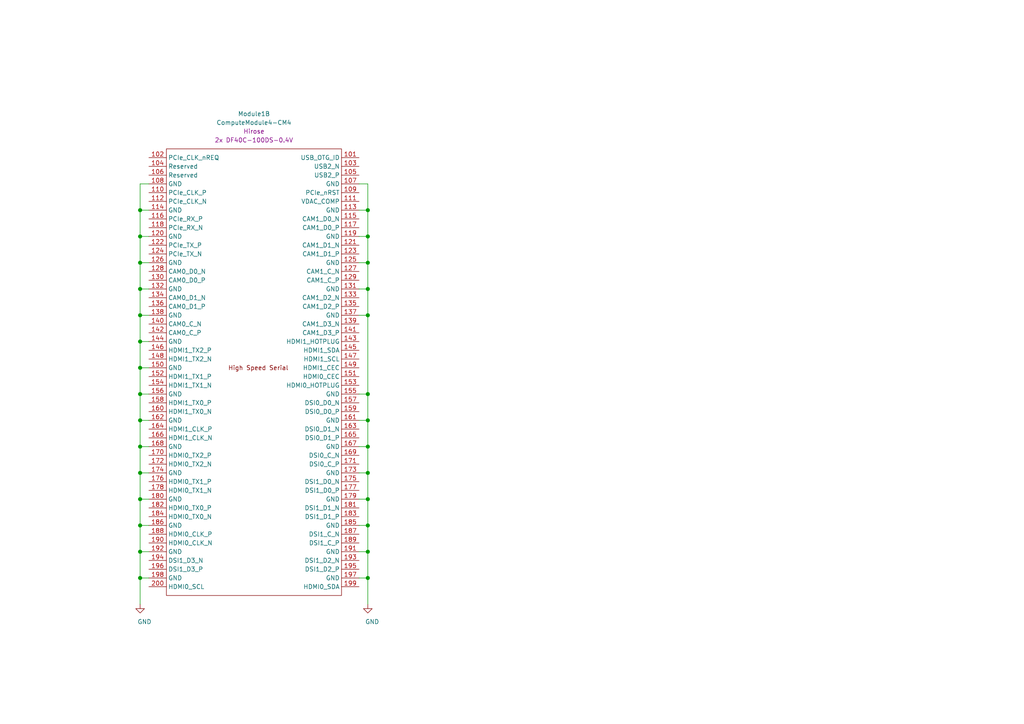
<source format=kicad_sch>
(kicad_sch (version 20230121) (generator eeschema)
  (paper "A4")
  (title_block (title "Raspberry Pi Compute Module 4 Carrier Board Prototype") (date "2023-06-21") (rev "v01") (comment 2 "creativecommons.org/licenses/by-sa/4.0") (comment 3 "License: CC BY 4.0") (comment 4 "Author: Iiro Karppanen"))
  (lib_symbols
    (symbol "CM4IO:ComputeModule4-CM4"
      (property "Reference" "Module" (at 113.03 -68.58 0))
      (property "Value" "ComputeModule4-CM4" (at 140.97 2.54 0))
      (property "Manufacturer" "Hirose" (at 0 0 0))
      (property "MPN" "2x DF40C-100DS-0.4V" (at 0 -2.54 0))
      (property "MPN (Alt)" "2x DF40HC(3.0)-100DS-0.4V" (at 0 0 0))
      (symbol "ComputeModule4-CM4_1_0"
        (text "GPIO" (at 0 6.35 0) (effects (font (size 1.27 1.27))))
      )
      (symbol "ComputeModule4-CM4_1_1"
        (rectangle (start -30.48 -71.12) (end 25.4 58.42))
        (text "600mA Max" (at -8.89 -53.34 0) (effects (font (size 1.27 1.27))))
        (text "600mA Max" (at -8.89 -48.26 0) (effects (font (size 1.27 1.27))))
        (text "NB SD signals are only available" (at -1.27 -27.94 0) (effects (font (size 1.27 1.27))))
        (text "on modules without eMMC" (at -1.27 -30.48 0) (effects (font (size 1.27 1.27))))
        (pin power_in line (at 27.94 55.88 180) (length 2.54) (name "GND") (number "1"))
        (pin passive line (at -33.02 45.72 0) (length 2.54) (name "Ethernet_Pair0_N") (number "10"))
        (pin output line (at -33.02 -68.58 0) (length 2.54) (name "nEXTRST") (number "100"))
        (pin passive line (at 27.94 43.18 180) (length 2.54) (name "Ethernet_Pair2_P") (number "11"))
        (pin passive line (at -33.02 43.18 0) (length 2.54) (name "Ethernet_Pair0_P") (number "12"))
        (pin power_in line (at 27.94 40.64 180) (length 2.54) (name "GND") (number "13"))
        (pin power_in line (at -33.02 40.64 0) (length 2.54) (name "GND") (number "14"))
        (pin output line (at 27.94 38.1 180) (length 2.54) (name "Ethernet_nLED3(3.3v)") (number "15"))
        (pin input line (at -33.02 38.1 0) (length 2.54) (name "Ethernet_SYNC_IN(1.8v)") (number "16"))
        (pin output line (at 27.94 35.56 180) (length 2.54) (name "Ethernet_nLED2(3.3v)") (number "17"))
        (pin input line (at -33.02 35.56 0) (length 2.54) (name "Ethernet_SYNC_OUT(1.8v)") (number "18"))
        (pin output line (at 27.94 33.02 180) (length 2.54) (name "Ethernet_nLED1(3.3v)") (number "19"))
        (pin power_in line (at -33.02 55.88 0) (length 2.54) (name "GND") (number "2"))
        (pin passive line (at -33.02 33.02 0) (length 2.54) (name "EEPROM_nWP") (number "20"))
        (pin open_collector line (at 27.94 30.48 180) (length 2.54) (name "PI_nLED_Activity") (number "21"))
        (pin power_in line (at -33.02 30.48 0) (length 2.54) (name "GND") (number "22"))
        (pin power_in line (at 27.94 27.94 180) (length 2.54) (name "GND") (number "23"))
        (pin passive line (at -33.02 27.94 0) (length 2.54) (name "GPIO26") (number "24"))
        (pin passive line (at 27.94 25.4 180) (length 2.54) (name "GPIO21") (number "25"))
        (pin passive line (at -33.02 25.4 0) (length 2.54) (name "GPIO19") (number "26"))
        (pin passive line (at 27.94 22.86 180) (length 2.54) (name "GPIO20") (number "27"))
        (pin passive line (at -33.02 22.86 0) (length 2.54) (name "GPIO13") (number "28"))
        (pin passive line (at 27.94 20.32 180) (length 2.54) (name "GPIO16") (number "29"))
        (pin passive line (at 27.94 53.34 180) (length 2.54) (name "Ethernet_Pair3_P") (number "3"))
        (pin passive line (at -33.02 20.32 0) (length 2.54) (name "GPIO6") (number "30"))
        (pin passive line (at 27.94 17.78 180) (length 2.54) (name "GPIO12") (number "31"))
        (pin power_in line (at -33.02 17.78 0) (length 2.54) (name "GND") (number "32"))
        (pin power_in line (at 27.94 15.24 180) (length 2.54) (name "GND") (number "33"))
        (pin passive line (at -33.02 15.24 0) (length 2.54) (name "GPIO5") (number "34"))
        (pin passive line (at 27.94 12.7 180) (length 2.54) (name "ID_SC") (number "35"))
        (pin passive line (at -33.02 12.7 0) (length 2.54) (name "ID_SD") (number "36"))
        (pin passive line (at 27.94 10.16 180) (length 2.54) (name "GPIO7") (number "37"))
        (pin passive line (at -33.02 10.16 0) (length 2.54) (name "GPIO11") (number "38"))
        (pin passive line (at 27.94 7.62 180) (length 2.54) (name "GPIO8") (number "39"))
        (pin passive line (at -33.02 53.34 0) (length 2.54) (name "Ethernet_Pair1_P") (number "4"))
        (pin passive line (at -33.02 7.62 0) (length 2.54) (name "GPIO9") (number "40"))
        (pin passive line (at 27.94 5.08 180) (length 2.54) (name "GPIO25") (number "41"))
        (pin power_in line (at -33.02 5.08 0) (length 2.54) (name "GND") (number "42"))
        (pin power_in line (at 27.94 2.54 180) (length 2.54) (name "GND") (number "43"))
        (pin passive line (at -33.02 2.54 0) (length 2.54) (name "GPIO10") (number "44"))
        (pin passive line (at 27.94 0 180) (length 2.54) (name "GPIO24") (number "45"))
        (pin passive line (at -33.02 0 0) (length 2.54) (name "GPIO22") (number "46"))
        (pin passive line (at 27.94 -2.54 180) (length 2.54) (name "GPIO23") (number "47"))
        (pin passive line (at -33.02 -2.54 0) (length 2.54) (name "GPIO27") (number "48"))
        (pin passive line (at 27.94 -5.08 180) (length 2.54) (name "GPIO18") (number "49"))
        (pin passive line (at 27.94 50.8 180) (length 2.54) (name "Ethernet_Pair3_N") (number "5"))
        (pin passive line (at -33.02 -5.08 0) (length 2.54) (name "GPIO17") (number "50"))
        (pin passive line (at 27.94 -7.62 180) (length 2.54) (name "GPIO15") (number "51"))
        (pin power_in line (at -33.02 -7.62 0) (length 2.54) (name "GND") (number "52"))
        (pin power_in line (at 27.94 -10.16 180) (length 2.54) (name "GND") (number "53"))
        (pin passive line (at -33.02 -10.16 0) (length 2.54) (name "GPIO4") (number "54"))
        (pin passive line (at 27.94 -12.7 180) (length 2.54) (name "GPIO14") (number "55"))
        (pin passive line (at -33.02 -12.7 0) (length 2.54) (name "GPIO3") (number "56"))
        (pin passive line (at 27.94 -15.24 180) (length 2.54) (name "SD_CLK") (number "57"))
        (pin passive line (at -33.02 -15.24 0) (length 2.54) (name "GPIO2") (number "58"))
        (pin power_in line (at 27.94 -17.78 180) (length 2.54) (name "GND") (number "59"))
        (pin passive line (at -33.02 50.8 0) (length 2.54) (name "Ethernet_Pair1_N") (number "6"))
        (pin power_in line (at -33.02 -17.78 0) (length 2.54) (name "GND") (number "60"))
        (pin passive line (at 27.94 -20.32 180) (length 2.54) (name "SD_DAT3") (number "61"))
        (pin passive line (at -33.02 -20.32 0) (length 2.54) (name "SD_CMD") (number "62"))
        (pin passive line (at 27.94 -22.86 180) (length 2.54) (name "SD_DAT0") (number "63"))
        (pin passive line (at -33.02 -22.86 0) (length 2.54) (name "SD_DAT5") (number "64"))
        (pin power_in line (at 27.94 -25.4 180) (length 2.54) (name "GND") (number "65"))
        (pin power_in line (at -33.02 -25.4 0) (length 2.54) (name "GND") (number "66"))
        (pin passive line (at 27.94 -27.94 180) (length 2.54) (name "SD_DAT1") (number "67"))
        (pin passive line (at -33.02 -27.94 0) (length 2.54) (name "SD_DAT4") (number "68"))
        (pin passive line (at 27.94 -30.48 180) (length 2.54) (name "SD_DAT2") (number "69"))
        (pin power_in line (at 27.94 48.26 180) (length 2.54) (name "GND") (number "7"))
        (pin passive line (at -33.02 -30.48 0) (length 2.54) (name "SD_DAT7") (number "70"))
        (pin power_in line (at 27.94 -33.02 180) (length 2.54) (name "GND") (number "71"))
        (pin passive line (at -33.02 -33.02 0) (length 2.54) (name "SD_DAT6") (number "72"))
        (pin input line (at 27.94 -35.56 180) (length 2.54) (name "SD_VDD_Override") (number "73"))
        (pin power_in line (at -33.02 -35.56 0) (length 2.54) (name "GND") (number "74"))
        (pin output line (at 27.94 -38.1 180) (length 2.54) (name "SD_PWR_ON") (number "75"))
        (pin passive line (at -33.02 -38.1 0) (length 2.54) (name "Reserved") (number "76"))
        (pin power_in line (at 27.94 -40.64 180) (length 2.54) (name "+5v_(Input)") (number "77"))
        (pin power_in line (at -33.02 -40.64 0) (length 2.54) (name "GPIO_VREF(1.8v/3.3v_Input)") (number "78"))
        (pin power_in line (at 27.94 -43.18 180) (length 2.54) (name "+5v_(Input)") (number "79"))
        (pin power_in line (at -33.02 48.26 0) (length 2.54) (name "GND") (number "8"))
        (pin passive line (at -33.02 -43.18 0) (length 2.54) (name "SCL0") (number "80"))
        (pin power_in line (at 27.94 -45.72 180) (length 2.54) (name "+5v_(Input)") (number "81"))
        (pin passive line (at -33.02 -45.72 0) (length 2.54) (name "SDA0") (number "82"))
        (pin power_in line (at 27.94 -48.26 180) (length 2.54) (name "+5v_(Input)") (number "83"))
        (pin power_out line (at -33.02 -48.26 0) (length 2.54) (name "+3.3v_(Output)") (number "84"))
        (pin power_in line (at 27.94 -50.8 180) (length 2.54) (name "+5v_(Input)") (number "85"))
        (pin power_out line (at -33.02 -50.8 0) (length 2.54) (name "+3.3v_(Output)") (number "86"))
        (pin power_in line (at 27.94 -53.34 180) (length 2.54) (name "+5v_(Input)") (number "87"))
        (pin power_out line (at -33.02 -53.34 0) (length 2.54) (name "+1.8v_(Output)") (number "88"))
        (pin power_in line (at 27.94 -55.88 180) (length 2.54) (name "WiFi_nDisable") (number "89"))
        (pin passive line (at 27.94 45.72 180) (length 2.54) (name "Ethernet_Pair2_N") (number "9"))
        (pin power_out line (at -33.02 -55.88 0) (length 2.54) (name "+1.8v_(Output)") (number "90"))
        (pin power_in line (at 27.94 -58.42 180) (length 2.54) (name "BT_nDisable") (number "91"))
        (pin passive line (at -33.02 -58.42 0) (length 2.54) (name "RUN_PG") (number "92"))
        (pin input line (at 27.94 -60.96 180) (length 2.54) (name "nRPIBOOT") (number "93"))
        (pin passive line (at -33.02 -60.96 0) (length 2.54) (name "AnalogIP0") (number "94"))
        (pin output line (at 27.94 -63.5 180) (length 2.54) (name "nPI_LED_PWR") (number "95"))
        (pin passive line (at -33.02 -63.5 0) (length 2.54) (name "AnalogIP1") (number "96"))
        (pin passive line (at 27.94 -66.04 180) (length 2.54) (name "Camera_GPIO") (number "97"))
        (pin power_in line (at -33.02 -66.04 0) (length 2.54) (name "GND") (number "98"))
        (pin input line (at 27.94 -68.58 180) (length 2.54) (name "Global_EN") (number "99"))
      )
      (symbol "ComputeModule4-CM4_2_1"
        (rectangle (start 114.3 -66.04) (end 165.1 63.5))
        (text "High Speed Serial" (at 140.97 0 0) (effects (font (size 1.27 1.27))))
        (pin input line (at 170.18 60.96 180) (length 5.08) (name "USB_OTG_ID") (number "101"))
        (pin input line (at 109.22 60.96 0) (length 5.08) (name "PCIe_CLK_nREQ") (number "102"))
        (pin passive line (at 170.18 58.42 180) (length 5.08) (name "USB2_N") (number "103"))
        (pin passive line (at 109.22 58.42 0) (length 5.08) (name "Reserved") (number "104"))
        (pin passive line (at 170.18 55.88 180) (length 5.08) (name "USB2_P") (number "105"))
        (pin passive line (at 109.22 55.88 0) (length 5.08) (name "Reserved") (number "106"))
        (pin power_in line (at 170.18 53.34 180) (length 5.08) (name "GND") (number "107"))
        (pin power_in line (at 109.22 53.34 0) (length 5.08) (name "GND") (number "108"))
        (pin bidirectional line (at 170.18 50.8 180) (length 5.08) (name "PCIe_nRST") (number "109"))
        (pin output line (at 109.22 50.8 0) (length 5.08) (name "PCIe_CLK_P") (number "110"))
        (pin passive line (at 170.18 48.26 180) (length 5.08) (name "VDAC_COMP") (number "111"))
        (pin output line (at 109.22 48.26 0) (length 5.08) (name "PCIe_CLK_N") (number "112"))
        (pin power_in line (at 170.18 45.72 180) (length 5.08) (name "GND") (number "113"))
        (pin power_in line (at 109.22 45.72 0) (length 5.08) (name "GND") (number "114"))
        (pin input line (at 170.18 43.18 180) (length 5.08) (name "CAM1_D0_N") (number "115"))
        (pin input line (at 109.22 43.18 0) (length 5.08) (name "PCIe_RX_P") (number "116"))
        (pin input line (at 170.18 40.64 180) (length 5.08) (name "CAM1_D0_P") (number "117"))
        (pin input line (at 109.22 40.64 0) (length 5.08) (name "PCIe_RX_N") (number "118"))
        (pin power_in line (at 170.18 38.1 180) (length 5.08) (name "GND") (number "119"))
        (pin power_in line (at 109.22 38.1 0) (length 5.08) (name "GND") (number "120"))
        (pin input line (at 170.18 35.56 180) (length 5.08) (name "CAM1_D1_N") (number "121"))
        (pin output line (at 109.22 35.56 0) (length 5.08) (name "PCIe_TX_P") (number "122"))
        (pin input line (at 170.18 33.02 180) (length 5.08) (name "CAM1_D1_P") (number "123"))
        (pin output line (at 109.22 33.02 0) (length 5.08) (name "PCIe_TX_N") (number "124"))
        (pin power_in line (at 170.18 30.48 180) (length 5.08) (name "GND") (number "125"))
        (pin power_in line (at 109.22 30.48 0) (length 5.08) (name "GND") (number "126"))
        (pin input line (at 170.18 27.94 180) (length 5.08) (name "CAM1_C_N") (number "127"))
        (pin input line (at 109.22 27.94 0) (length 5.08) (name "CAM0_D0_N") (number "128"))
        (pin input line (at 170.18 25.4 180) (length 5.08) (name "CAM1_C_P") (number "129"))
        (pin input line (at 109.22 25.4 0) (length 5.08) (name "CAM0_D0_P") (number "130"))
        (pin power_in line (at 170.18 22.86 180) (length 5.08) (name "GND") (number "131"))
        (pin power_in line (at 109.22 22.86 0) (length 5.08) (name "GND") (number "132"))
        (pin input line (at 170.18 20.32 180) (length 5.08) (name "CAM1_D2_N") (number "133"))
        (pin input line (at 109.22 20.32 0) (length 5.08) (name "CAM0_D1_N") (number "134"))
        (pin input line (at 170.18 17.78 180) (length 5.08) (name "CAM1_D2_P") (number "135"))
        (pin input line (at 109.22 17.78 0) (length 5.08) (name "CAM0_D1_P") (number "136"))
        (pin power_in line (at 170.18 15.24 180) (length 5.08) (name "GND") (number "137"))
        (pin power_in line (at 109.22 15.24 0) (length 5.08) (name "GND") (number "138"))
        (pin input line (at 170.18 12.7 180) (length 5.08) (name "CAM1_D3_N") (number "139"))
        (pin input line (at 109.22 12.7 0) (length 5.08) (name "CAM0_C_N") (number "140"))
        (pin input line (at 170.18 10.16 180) (length 5.08) (name "CAM1_D3_P") (number "141"))
        (pin input line (at 109.22 10.16 0) (length 5.08) (name "CAM0_C_P") (number "142"))
        (pin input line (at 170.18 7.62 180) (length 5.08) (name "HDMI1_HOTPLUG") (number "143"))
        (pin power_in line (at 109.22 7.62 0) (length 5.08) (name "GND") (number "144"))
        (pin bidirectional line (at 170.18 5.08 180) (length 5.08) (name "HDMI1_SDA") (number "145"))
        (pin output line (at 109.22 5.08 0) (length 5.08) (name "HDMI1_TX2_P") (number "146"))
        (pin open_collector line (at 170.18 2.54 180) (length 5.08) (name "HDMI1_SCL") (number "147"))
        (pin output line (at 109.22 2.54 0) (length 5.08) (name "HDMI1_TX2_N") (number "148"))
        (pin open_collector line (at 170.18 0 180) (length 5.08) (name "HDMI1_CEC") (number "149"))
        (pin power_in line (at 109.22 0 0) (length 5.08) (name "GND") (number "150"))
        (pin open_collector line (at 170.18 -2.54 180) (length 5.08) (name "HDMI0_CEC") (number "151"))
        (pin output line (at 109.22 -2.54 0) (length 5.08) (name "HDMI1_TX1_P") (number "152"))
        (pin input line (at 170.18 -5.08 180) (length 5.08) (name "HDMI0_HOTPLUG") (number "153"))
        (pin output line (at 109.22 -5.08 0) (length 5.08) (name "HDMI1_TX1_N") (number "154"))
        (pin power_in line (at 170.18 -7.62 180) (length 5.08) (name "GND") (number "155"))
        (pin power_in line (at 109.22 -7.62 0) (length 5.08) (name "GND") (number "156"))
        (pin output line (at 170.18 -10.16 180) (length 5.08) (name "DSI0_D0_N") (number "157"))
        (pin output line (at 109.22 -10.16 0) (length 5.08) (name "HDMI1_TX0_P") (number "158"))
        (pin output line (at 170.18 -12.7 180) (length 5.08) (name "DSI0_D0_P") (number "159"))
        (pin output line (at 109.22 -12.7 0) (length 5.08) (name "HDMI1_TX0_N") (number "160"))
        (pin power_in line (at 170.18 -15.24 180) (length 5.08) (name "GND") (number "161"))
        (pin power_in line (at 109.22 -15.24 0) (length 5.08) (name "GND") (number "162"))
        (pin output line (at 170.18 -17.78 180) (length 5.08) (name "DSI0_D1_N") (number "163"))
        (pin output line (at 109.22 -17.78 0) (length 5.08) (name "HDMI1_CLK_P") (number "164"))
        (pin output line (at 170.18 -20.32 180) (length 5.08) (name "DSI0_D1_P") (number "165"))
        (pin output line (at 109.22 -20.32 0) (length 5.08) (name "HDMI1_CLK_N") (number "166"))
        (pin power_in line (at 170.18 -22.86 180) (length 5.08) (name "GND") (number "167"))
        (pin power_in line (at 109.22 -22.86 0) (length 5.08) (name "GND") (number "168"))
        (pin output line (at 170.18 -25.4 180) (length 5.08) (name "DSI0_C_N") (number "169"))
        (pin output line (at 109.22 -25.4 0) (length 5.08) (name "HDMI0_TX2_P") (number "170"))
        (pin output line (at 170.18 -27.94 180) (length 5.08) (name "DSI0_C_P") (number "171"))
        (pin output line (at 109.22 -27.94 0) (length 5.08) (name "HDMI0_TX2_N") (number "172"))
        (pin power_in line (at 170.18 -30.48 180) (length 5.08) (name "GND") (number "173"))
        (pin power_in line (at 109.22 -30.48 0) (length 5.08) (name "GND") (number "174"))
        (pin output line (at 170.18 -33.02 180) (length 5.08) (name "DSI1_D0_N") (number "175"))
        (pin output line (at 109.22 -33.02 0) (length 5.08) (name "HDMI0_TX1_P") (number "176"))
        (pin output line (at 170.18 -35.56 180) (length 5.08) (name "DSI1_D0_P") (number "177"))
        (pin output line (at 109.22 -35.56 0) (length 5.08) (name "HDMI0_TX1_N") (number "178"))
        (pin power_in line (at 170.18 -38.1 180) (length 5.08) (name "GND") (number "179"))
        (pin power_in line (at 109.22 -38.1 0) (length 5.08) (name "GND") (number "180"))
        (pin output line (at 170.18 -40.64 180) (length 5.08) (name "DSI1_D1_N") (number "181"))
        (pin output line (at 109.22 -40.64 0) (length 5.08) (name "HDMI0_TX0_P") (number "182"))
        (pin output line (at 170.18 -43.18 180) (length 5.08) (name "DSI1_D1_P") (number "183"))
        (pin output line (at 109.22 -43.18 0) (length 5.08) (name "HDMI0_TX0_N") (number "184"))
        (pin power_in line (at 170.18 -45.72 180) (length 5.08) (name "GND") (number "185"))
        (pin power_in line (at 109.22 -45.72 0) (length 5.08) (name "GND") (number "186"))
        (pin output line (at 170.18 -48.26 180) (length 5.08) (name "DSI1_C_N") (number "187"))
        (pin output line (at 109.22 -48.26 0) (length 5.08) (name "HDMI0_CLK_P") (number "188"))
        (pin output line (at 170.18 -50.8 180) (length 5.08) (name "DSI1_C_P") (number "189"))
        (pin output line (at 109.22 -50.8 0) (length 5.08) (name "HDMI0_CLK_N") (number "190"))
        (pin power_in line (at 170.18 -53.34 180) (length 5.08) (name "GND") (number "191"))
        (pin power_in line (at 109.22 -53.34 0) (length 5.08) (name "GND") (number "192"))
        (pin output line (at 170.18 -55.88 180) (length 5.08) (name "DSI1_D2_N") (number "193"))
        (pin output line (at 109.22 -55.88 0) (length 5.08) (name "DSI1_D3_N") (number "194"))
        (pin output line (at 170.18 -58.42 180) (length 5.08) (name "DSI1_D2_P") (number "195"))
        (pin output line (at 109.22 -58.42 0) (length 5.08) (name "DSI1_D3_P") (number "196"))
        (pin power_in line (at 170.18 -60.96 180) (length 5.08) (name "GND") (number "197"))
        (pin power_in line (at 109.22 -60.96 0) (length 5.08) (name "GND") (number "198"))
        (pin bidirectional line (at 170.18 -63.5 180) (length 5.08) (name "HDMI0_SDA") (number "199"))
        (pin open_collector line (at 109.22 -63.5 0) (length 5.08) (name "HDMI0_SCL") (number "200"))
      )
    )
    (symbol "power:GND" (power) (pin_names (offset 0))
      (property "Value" "GND" (at 0 -3.81 0))
      (symbol "GND_0_1"
        (polyline (pts (xy 0 0) (xy 0 -1.27) (xy 1.27 -1.27) (xy 0 -2.54) (xy -1.27 -1.27) (xy 0 -1.27)))
      )
      (symbol "GND_1_1"
        (pin power_in line (at 0 0 270) (length 0) hide (name "GND") (number "1"))
      )
    )
  )
  (junction (at 40.64 160.02) (diameter 1.016))
  (junction (at 40.64 99.06) (diameter 1.016))
  (junction (at 106.68 144.78) (diameter 1.016))
  (junction (at 106.68 167.64) (diameter 1.016))
  (junction (at 106.68 60.96) (diameter 1.016))
  (junction (at 106.68 68.58) (diameter 1.016))
  (junction (at 40.64 76.2) (diameter 1.016))
  (junction (at 106.68 152.4) (diameter 1.016))
  (junction (at 40.64 60.96) (diameter 1.016))
  (junction (at 106.68 129.54) (diameter 1.016))
  (junction (at 106.68 121.92) (diameter 1.016))
  (junction (at 40.64 129.54) (diameter 1.016))
  (junction (at 40.64 121.92) (diameter 1.016))
  (junction (at 106.68 76.2) (diameter 1.016))
  (junction (at 106.68 83.82) (diameter 1.016))
  (junction (at 40.64 144.78) (diameter 1.016))
  (junction (at 40.64 152.4) (diameter 1.016))
  (junction (at 40.64 91.44) (diameter 1.016))
  (junction (at 106.68 160.02) (diameter 1.016))
  (junction (at 40.64 83.82) (diameter 1.016))
  (junction (at 40.64 68.58) (diameter 1.016))
  (junction (at 40.64 137.16) (diameter 1.016))
  (junction (at 106.68 137.16) (diameter 1.016))
  (junction (at 40.64 106.68) (diameter 1.016))
  (junction (at 106.68 91.44) (diameter 1.016))
  (junction (at 40.64 167.64) (diameter 1.016))
  (junction (at 106.68 114.3) (diameter 1.016))
  (junction (at 40.64 114.3) (diameter 1.016))
  (wire (pts (xy 40.64 152.4) (xy 40.64 160.02)))
  (wire (pts (xy 40.64 137.16) (xy 43.18 137.16)))
  (wire (pts (xy 40.64 99.06) (xy 40.64 106.68)))
  (wire (pts (xy 40.64 167.64) (xy 40.64 175.26)))
  (wire (pts (xy 40.64 121.92) (xy 40.64 129.54)))
  (wire (pts (xy 104.14 76.2) (xy 106.68 76.2)))
  (wire (pts (xy 104.14 144.78) (xy 106.68 144.78)))
  (wire (pts (xy 40.64 152.4) (xy 43.18 152.4)))
  (wire (pts (xy 104.14 121.92) (xy 106.68 121.92)))
  (wire (pts (xy 106.68 129.54) (xy 106.68 137.16)))
  (wire (pts (xy 106.68 83.82) (xy 106.68 91.44)))
  (wire (pts (xy 40.64 83.82) (xy 43.18 83.82)))
  (wire (pts (xy 106.68 167.64) (xy 106.68 175.26)))
  (wire (pts (xy 40.64 137.16) (xy 40.64 144.78)))
  (wire (pts (xy 40.64 160.02) (xy 43.18 160.02)))
  (wire (pts (xy 104.14 91.44) (xy 106.68 91.44)))
  (wire (pts (xy 40.64 144.78) (xy 43.18 144.78)))
  (wire (pts (xy 40.64 106.68) (xy 43.18 106.68)))
  (wire (pts (xy 106.68 152.4) (xy 106.68 160.02)))
  (wire (pts (xy 104.14 53.34) (xy 106.68 53.34)))
  (wire (pts (xy 40.64 99.06) (xy 43.18 99.06)))
  (wire (pts (xy 106.68 68.58) (xy 106.68 76.2)))
  (wire (pts (xy 40.64 91.44) (xy 43.18 91.44)))
  (wire (pts (xy 104.14 137.16) (xy 106.68 137.16)))
  (wire (pts (xy 40.64 83.82) (xy 40.64 91.44)))
  (wire (pts (xy 40.64 68.58) (xy 43.18 68.58)))
  (wire (pts (xy 40.64 68.58) (xy 40.64 76.2)))
  (wire (pts (xy 40.64 129.54) (xy 43.18 129.54)))
  (wire (pts (xy 106.68 137.16) (xy 106.68 144.78)))
  (wire (pts (xy 40.64 167.64) (xy 43.18 167.64)))
  (wire (pts (xy 106.68 60.96) (xy 106.68 68.58)))
  (wire (pts (xy 40.64 160.02) (xy 40.64 167.64)))
  (wire (pts (xy 40.64 144.78) (xy 40.64 152.4)))
  (wire (pts (xy 104.14 167.64) (xy 106.68 167.64)))
  (wire (pts (xy 106.68 114.3) (xy 106.68 121.92)))
  (wire (pts (xy 40.64 114.3) (xy 40.64 121.92)))
  (wire (pts (xy 106.68 160.02) (xy 106.68 167.64)))
  (wire (pts (xy 106.68 53.34) (xy 106.68 60.96)))
  (wire (pts (xy 40.64 60.96) (xy 40.64 68.58)))
  (wire (pts (xy 104.14 129.54) (xy 106.68 129.54)))
  (wire (pts (xy 40.64 129.54) (xy 40.64 137.16)))
  (wire (pts (xy 104.14 60.96) (xy 106.68 60.96)))
  (wire (pts (xy 40.64 114.3) (xy 43.18 114.3)))
  (wire (pts (xy 40.64 76.2) (xy 40.64 83.82)))
  (wire (pts (xy 106.68 121.92) (xy 106.68 129.54)))
  (wire (pts (xy 40.64 121.92) (xy 43.18 121.92)))
  (wire (pts (xy 40.64 60.96) (xy 43.18 60.96)))
  (wire (pts (xy 40.64 106.68) (xy 40.64 114.3)))
  (wire (pts (xy 104.14 160.02) (xy 106.68 160.02)))
  (wire (pts (xy 40.64 53.34) (xy 43.18 53.34)))
  (wire (pts (xy 104.14 152.4) (xy 106.68 152.4)))
  (wire (pts (xy 104.14 68.58) (xy 106.68 68.58)))
  (wire (pts (xy 106.68 144.78) (xy 106.68 152.4)))
  (wire (pts (xy 40.64 91.44) (xy 40.64 99.06)))
  (wire (pts (xy 106.68 76.2) (xy 106.68 83.82)))
  (wire (pts (xy 104.14 114.3) (xy 106.68 114.3)))
  (wire (pts (xy 106.68 91.44) (xy 106.68 114.3)))
  (wire (pts (xy 104.14 83.82) (xy 106.68 83.82)))
  (wire (pts (xy 40.64 76.2) (xy 43.18 76.2)))
  (wire (pts (xy 40.64 53.34) (xy 40.64 60.96)))
  (symbol (lib_id "power:GND") (at 40.64 175.26 0) (unit 1)
    (property "Reference" "#PWR?" (effects hide))
    (property "Value" "GND" (at 41.91 180.34 0))
  )
  (symbol (lib_id "power:GND") (at 106.68 175.26 0) (unit 1)
    (property "Reference" "#PWR?" (effects hide))
    (property "Value" "GND" (at 107.95 180.34 0))
  )
  (symbol (lib_id "CM4IO:ComputeModule4-CM4") (at -66.04 106.68 0) (unit 2)
    (property "Reference" "Module1" (at 73.66 33.02 0))
    (property "Value" "ComputeModule4-CM4" (at 73.66 35.56 0))
    (property "Footprint" "CM4IO:Raspberry-Pi-4-Compute-Module" (effects hide))
    (property "Field4" "Hirose" (at 73.66 38.1 0))
    (property "Field5" "2x DF40C-100DS-0.4V" (at 73.66 40.64 0))
    (property "Digi-Key_PN" "2x H11615CT-ND" (effects hide))
    (property "Digi-Key_PN (Alt)" "2x H124602CT-ND" (effects hide))
    (property "Manufacturer" "Hirose" (at -66.04 106.68 0))
    (property "MPN" "2x DF40C-100DS-0.4V" (at -66.04 109.22 0))
    (property "MPN (Alt)" "2x DF40HC(3.0)-100DS-0.4V" (at -66.04 106.68 0))
  )
)
</source>
